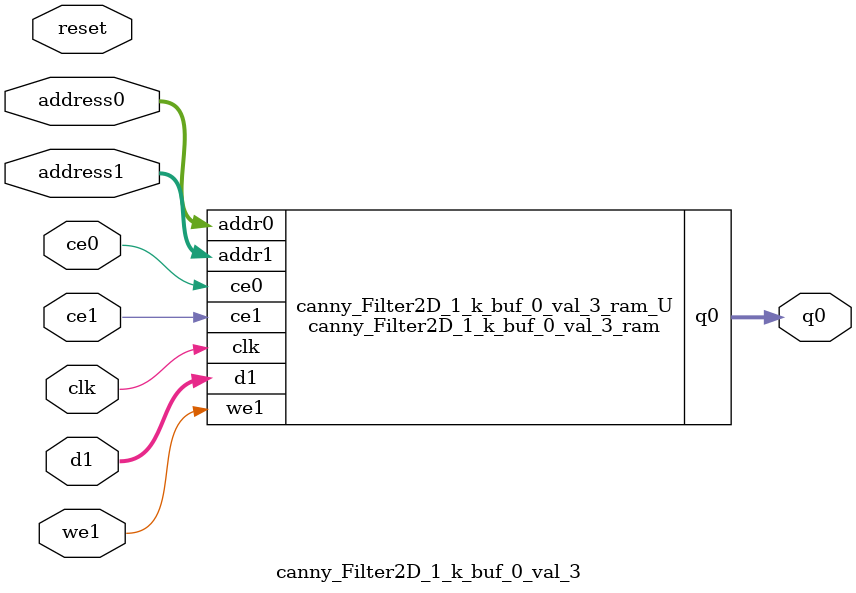
<source format=v>

`timescale 1 ns / 1 ps
module canny_Filter2D_1_k_buf_0_val_3_ram (addr0, ce0, q0, addr1, ce1, d1, we1,  clk);

parameter DWIDTH = 8;
parameter AWIDTH = 10;
parameter MEM_SIZE = 1024;

input[AWIDTH-1:0] addr0;
input ce0;
output reg[DWIDTH-1:0] q0;
input[AWIDTH-1:0] addr1;
input ce1;
input[DWIDTH-1:0] d1;
input we1;
input clk;

(* ram_style = "block" *)reg [DWIDTH-1:0] ram[MEM_SIZE-1:0];




always @(posedge clk)  
begin 
    if (ce0) 
    begin
            q0 <= ram[addr0];
    end
end


always @(posedge clk)  
begin 
    if (ce1) 
    begin
        if (we1) 
        begin 
            ram[addr1] <= d1; 
        end 
    end
end


endmodule


`timescale 1 ns / 1 ps
module canny_Filter2D_1_k_buf_0_val_3(
    reset,
    clk,
    address0,
    ce0,
    q0,
    address1,
    ce1,
    we1,
    d1);

parameter DataWidth = 32'd8;
parameter AddressRange = 32'd1024;
parameter AddressWidth = 32'd10;
input reset;
input clk;
input[AddressWidth - 1:0] address0;
input ce0;
output[DataWidth - 1:0] q0;
input[AddressWidth - 1:0] address1;
input ce1;
input we1;
input[DataWidth - 1:0] d1;



canny_Filter2D_1_k_buf_0_val_3_ram canny_Filter2D_1_k_buf_0_val_3_ram_U(
    .clk( clk ),
    .addr0( address0 ),
    .ce0( ce0 ),
    .q0( q0 ),
    .addr1( address1 ),
    .ce1( ce1 ),
    .d1( d1 ),
    .we1( we1 ));

endmodule


</source>
